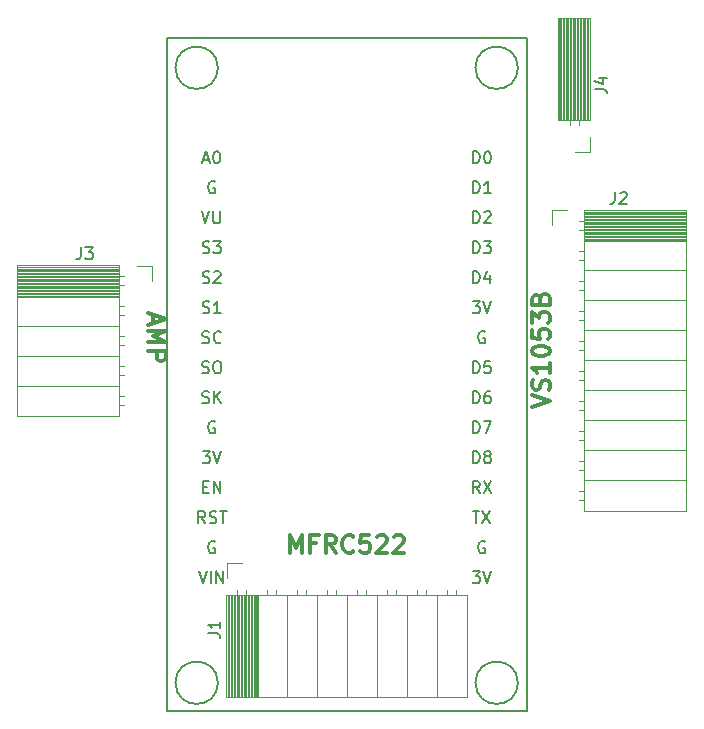
<source format=gto>
G04 #@! TF.FileFunction,Legend,Top*
%FSLAX46Y46*%
G04 Gerber Fmt 4.6, Leading zero omitted, Abs format (unit mm)*
G04 Created by KiCad (PCBNEW 4.0.6) date 05/17/17 20:45:08*
%MOMM*%
%LPD*%
G01*
G04 APERTURE LIST*
%ADD10C,0.101600*%
%ADD11C,0.300000*%
%ADD12C,0.120000*%
%ADD13C,0.150000*%
G04 APERTURE END LIST*
D10*
D11*
X78299571Y-58796427D02*
X79799571Y-58296427D01*
X78299571Y-57796427D01*
X79728143Y-57367856D02*
X79799571Y-57153570D01*
X79799571Y-56796427D01*
X79728143Y-56653570D01*
X79656714Y-56582141D01*
X79513857Y-56510713D01*
X79371000Y-56510713D01*
X79228143Y-56582141D01*
X79156714Y-56653570D01*
X79085286Y-56796427D01*
X79013857Y-57082141D01*
X78942429Y-57224999D01*
X78871000Y-57296427D01*
X78728143Y-57367856D01*
X78585286Y-57367856D01*
X78442429Y-57296427D01*
X78371000Y-57224999D01*
X78299571Y-57082141D01*
X78299571Y-56724999D01*
X78371000Y-56510713D01*
X79799571Y-55082142D02*
X79799571Y-55939285D01*
X79799571Y-55510713D02*
X78299571Y-55510713D01*
X78513857Y-55653570D01*
X78656714Y-55796428D01*
X78728143Y-55939285D01*
X78299571Y-54153571D02*
X78299571Y-54010714D01*
X78371000Y-53867857D01*
X78442429Y-53796428D01*
X78585286Y-53724999D01*
X78871000Y-53653571D01*
X79228143Y-53653571D01*
X79513857Y-53724999D01*
X79656714Y-53796428D01*
X79728143Y-53867857D01*
X79799571Y-54010714D01*
X79799571Y-54153571D01*
X79728143Y-54296428D01*
X79656714Y-54367857D01*
X79513857Y-54439285D01*
X79228143Y-54510714D01*
X78871000Y-54510714D01*
X78585286Y-54439285D01*
X78442429Y-54367857D01*
X78371000Y-54296428D01*
X78299571Y-54153571D01*
X78299571Y-52296428D02*
X78299571Y-53010714D01*
X79013857Y-53082143D01*
X78942429Y-53010714D01*
X78871000Y-52867857D01*
X78871000Y-52510714D01*
X78942429Y-52367857D01*
X79013857Y-52296428D01*
X79156714Y-52225000D01*
X79513857Y-52225000D01*
X79656714Y-52296428D01*
X79728143Y-52367857D01*
X79799571Y-52510714D01*
X79799571Y-52867857D01*
X79728143Y-53010714D01*
X79656714Y-53082143D01*
X78299571Y-51725000D02*
X78299571Y-50796429D01*
X78871000Y-51296429D01*
X78871000Y-51082143D01*
X78942429Y-50939286D01*
X79013857Y-50867857D01*
X79156714Y-50796429D01*
X79513857Y-50796429D01*
X79656714Y-50867857D01*
X79728143Y-50939286D01*
X79799571Y-51082143D01*
X79799571Y-51510715D01*
X79728143Y-51653572D01*
X79656714Y-51725000D01*
X79013857Y-49653572D02*
X79085286Y-49439286D01*
X79156714Y-49367858D01*
X79299571Y-49296429D01*
X79513857Y-49296429D01*
X79656714Y-49367858D01*
X79728143Y-49439286D01*
X79799571Y-49582144D01*
X79799571Y-50153572D01*
X78299571Y-50153572D01*
X78299571Y-49653572D01*
X78371000Y-49510715D01*
X78442429Y-49439286D01*
X78585286Y-49367858D01*
X78728143Y-49367858D01*
X78871000Y-49439286D01*
X78942429Y-49510715D01*
X79013857Y-49653572D01*
X79013857Y-50153572D01*
X46232000Y-50994714D02*
X46232000Y-51709000D01*
X45803429Y-50851857D02*
X47303429Y-51351857D01*
X45803429Y-51851857D01*
X45803429Y-52351857D02*
X47303429Y-52351857D01*
X46232000Y-52851857D01*
X47303429Y-53351857D01*
X45803429Y-53351857D01*
X45803429Y-54066143D02*
X47303429Y-54066143D01*
X47303429Y-54637571D01*
X47232000Y-54780429D01*
X47160571Y-54851857D01*
X47017714Y-54923286D01*
X46803429Y-54923286D01*
X46660571Y-54851857D01*
X46589143Y-54780429D01*
X46517714Y-54637571D01*
X46517714Y-54066143D01*
X57825287Y-71163571D02*
X57825287Y-69663571D01*
X58325287Y-70735000D01*
X58825287Y-69663571D01*
X58825287Y-71163571D01*
X60039573Y-70377857D02*
X59539573Y-70377857D01*
X59539573Y-71163571D02*
X59539573Y-69663571D01*
X60253859Y-69663571D01*
X61682430Y-71163571D02*
X61182430Y-70449286D01*
X60825287Y-71163571D02*
X60825287Y-69663571D01*
X61396715Y-69663571D01*
X61539573Y-69735000D01*
X61611001Y-69806429D01*
X61682430Y-69949286D01*
X61682430Y-70163571D01*
X61611001Y-70306429D01*
X61539573Y-70377857D01*
X61396715Y-70449286D01*
X60825287Y-70449286D01*
X63182430Y-71020714D02*
X63111001Y-71092143D01*
X62896715Y-71163571D01*
X62753858Y-71163571D01*
X62539573Y-71092143D01*
X62396715Y-70949286D01*
X62325287Y-70806429D01*
X62253858Y-70520714D01*
X62253858Y-70306429D01*
X62325287Y-70020714D01*
X62396715Y-69877857D01*
X62539573Y-69735000D01*
X62753858Y-69663571D01*
X62896715Y-69663571D01*
X63111001Y-69735000D01*
X63182430Y-69806429D01*
X64539573Y-69663571D02*
X63825287Y-69663571D01*
X63753858Y-70377857D01*
X63825287Y-70306429D01*
X63968144Y-70235000D01*
X64325287Y-70235000D01*
X64468144Y-70306429D01*
X64539573Y-70377857D01*
X64611001Y-70520714D01*
X64611001Y-70877857D01*
X64539573Y-71020714D01*
X64468144Y-71092143D01*
X64325287Y-71163571D01*
X63968144Y-71163571D01*
X63825287Y-71092143D01*
X63753858Y-71020714D01*
X65182429Y-69806429D02*
X65253858Y-69735000D01*
X65396715Y-69663571D01*
X65753858Y-69663571D01*
X65896715Y-69735000D01*
X65968144Y-69806429D01*
X66039572Y-69949286D01*
X66039572Y-70092143D01*
X65968144Y-70306429D01*
X65111001Y-71163571D01*
X66039572Y-71163571D01*
X66611000Y-69806429D02*
X66682429Y-69735000D01*
X66825286Y-69663571D01*
X67182429Y-69663571D01*
X67325286Y-69735000D01*
X67396715Y-69806429D01*
X67468143Y-69949286D01*
X67468143Y-70092143D01*
X67396715Y-70306429D01*
X66539572Y-71163571D01*
X67468143Y-71163571D01*
D12*
X43371000Y-46803000D02*
X43371000Y-49403000D01*
X43371000Y-49403000D02*
X34741000Y-49403000D01*
X34741000Y-49403000D02*
X34741000Y-46803000D01*
X34741000Y-46803000D02*
X43371000Y-46803000D01*
X43801000Y-47753000D02*
X43371000Y-47753000D01*
X43801000Y-48513000D02*
X43371000Y-48513000D01*
X43371000Y-46983000D02*
X34741000Y-46983000D01*
X43371000Y-47103000D02*
X34741000Y-47103000D01*
X43371000Y-47223000D02*
X34741000Y-47223000D01*
X43371000Y-47343000D02*
X34741000Y-47343000D01*
X43371000Y-47463000D02*
X34741000Y-47463000D01*
X43371000Y-47583000D02*
X34741000Y-47583000D01*
X43371000Y-47703000D02*
X34741000Y-47703000D01*
X43371000Y-47823000D02*
X34741000Y-47823000D01*
X43371000Y-47943000D02*
X34741000Y-47943000D01*
X43371000Y-48063000D02*
X34741000Y-48063000D01*
X43371000Y-48183000D02*
X34741000Y-48183000D01*
X43371000Y-48303000D02*
X34741000Y-48303000D01*
X43371000Y-48423000D02*
X34741000Y-48423000D01*
X43371000Y-48543000D02*
X34741000Y-48543000D01*
X43371000Y-48663000D02*
X34741000Y-48663000D01*
X43371000Y-48783000D02*
X34741000Y-48783000D01*
X43371000Y-48903000D02*
X34741000Y-48903000D01*
X43371000Y-49023000D02*
X34741000Y-49023000D01*
X43371000Y-49143000D02*
X34741000Y-49143000D01*
X43371000Y-49263000D02*
X34741000Y-49263000D01*
X43371000Y-49383000D02*
X34741000Y-49383000D01*
X43371000Y-49503000D02*
X34741000Y-49503000D01*
X43371000Y-49403000D02*
X43371000Y-51943000D01*
X43371000Y-51943000D02*
X34741000Y-51943000D01*
X34741000Y-51943000D02*
X34741000Y-49403000D01*
X34741000Y-49403000D02*
X43371000Y-49403000D01*
X43801000Y-50293000D02*
X43371000Y-50293000D01*
X43801000Y-51053000D02*
X43371000Y-51053000D01*
X43371000Y-51943000D02*
X43371000Y-54483000D01*
X43371000Y-54483000D02*
X34741000Y-54483000D01*
X34741000Y-54483000D02*
X34741000Y-51943000D01*
X34741000Y-51943000D02*
X43371000Y-51943000D01*
X43801000Y-52833000D02*
X43371000Y-52833000D01*
X43801000Y-53593000D02*
X43371000Y-53593000D01*
X43371000Y-54483000D02*
X43371000Y-57023000D01*
X43371000Y-57023000D02*
X34741000Y-57023000D01*
X34741000Y-57023000D02*
X34741000Y-54483000D01*
X34741000Y-54483000D02*
X43371000Y-54483000D01*
X43801000Y-55373000D02*
X43371000Y-55373000D01*
X43801000Y-56133000D02*
X43371000Y-56133000D01*
X43371000Y-57023000D02*
X43371000Y-59623000D01*
X43371000Y-59623000D02*
X34741000Y-59623000D01*
X34741000Y-59623000D02*
X34741000Y-57023000D01*
X34741000Y-57023000D02*
X43371000Y-57023000D01*
X43801000Y-57913000D02*
X43371000Y-57913000D01*
X43801000Y-58673000D02*
X43371000Y-58673000D01*
X44831000Y-46863000D02*
X46101000Y-46863000D01*
X46101000Y-46863000D02*
X46101000Y-48133000D01*
D13*
X77107051Y-82169000D02*
G75*
G03X77107051Y-82169000I-1796051J0D01*
G01*
X51707051Y-82169000D02*
G75*
G03X51707051Y-82169000I-1796051J0D01*
G01*
X51707051Y-30099000D02*
G75*
G03X51707051Y-30099000I-1796051J0D01*
G01*
X77107051Y-30099000D02*
G75*
G03X77107051Y-30099000I-1796051J0D01*
G01*
X77861000Y-27539000D02*
X47861000Y-27539000D01*
X47861000Y-27539000D02*
X47361000Y-27539000D01*
X47361000Y-27539000D02*
X47361000Y-84539000D01*
X47361000Y-84539000D02*
X77861000Y-84539000D01*
X77861000Y-84539000D02*
X77861000Y-27539000D01*
D12*
X82740000Y-42104000D02*
X82740000Y-44704000D01*
X82740000Y-44704000D02*
X91370000Y-44704000D01*
X91370000Y-44704000D02*
X91370000Y-42104000D01*
X91370000Y-42104000D02*
X82740000Y-42104000D01*
X82310000Y-43054000D02*
X82740000Y-43054000D01*
X82310000Y-43814000D02*
X82740000Y-43814000D01*
X82740000Y-42284000D02*
X91370000Y-42284000D01*
X82740000Y-42404000D02*
X91370000Y-42404000D01*
X82740000Y-42524000D02*
X91370000Y-42524000D01*
X82740000Y-42644000D02*
X91370000Y-42644000D01*
X82740000Y-42764000D02*
X91370000Y-42764000D01*
X82740000Y-42884000D02*
X91370000Y-42884000D01*
X82740000Y-43004000D02*
X91370000Y-43004000D01*
X82740000Y-43124000D02*
X91370000Y-43124000D01*
X82740000Y-43244000D02*
X91370000Y-43244000D01*
X82740000Y-43364000D02*
X91370000Y-43364000D01*
X82740000Y-43484000D02*
X91370000Y-43484000D01*
X82740000Y-43604000D02*
X91370000Y-43604000D01*
X82740000Y-43724000D02*
X91370000Y-43724000D01*
X82740000Y-43844000D02*
X91370000Y-43844000D01*
X82740000Y-43964000D02*
X91370000Y-43964000D01*
X82740000Y-44084000D02*
X91370000Y-44084000D01*
X82740000Y-44204000D02*
X91370000Y-44204000D01*
X82740000Y-44324000D02*
X91370000Y-44324000D01*
X82740000Y-44444000D02*
X91370000Y-44444000D01*
X82740000Y-44564000D02*
X91370000Y-44564000D01*
X82740000Y-44684000D02*
X91370000Y-44684000D01*
X82740000Y-44804000D02*
X91370000Y-44804000D01*
X82740000Y-44704000D02*
X82740000Y-47244000D01*
X82740000Y-47244000D02*
X91370000Y-47244000D01*
X91370000Y-47244000D02*
X91370000Y-44704000D01*
X91370000Y-44704000D02*
X82740000Y-44704000D01*
X82310000Y-45594000D02*
X82740000Y-45594000D01*
X82310000Y-46354000D02*
X82740000Y-46354000D01*
X82740000Y-47244000D02*
X82740000Y-49784000D01*
X82740000Y-49784000D02*
X91370000Y-49784000D01*
X91370000Y-49784000D02*
X91370000Y-47244000D01*
X91370000Y-47244000D02*
X82740000Y-47244000D01*
X82310000Y-48134000D02*
X82740000Y-48134000D01*
X82310000Y-48894000D02*
X82740000Y-48894000D01*
X82740000Y-49784000D02*
X82740000Y-52324000D01*
X82740000Y-52324000D02*
X91370000Y-52324000D01*
X91370000Y-52324000D02*
X91370000Y-49784000D01*
X91370000Y-49784000D02*
X82740000Y-49784000D01*
X82310000Y-50674000D02*
X82740000Y-50674000D01*
X82310000Y-51434000D02*
X82740000Y-51434000D01*
X82740000Y-52324000D02*
X82740000Y-54864000D01*
X82740000Y-54864000D02*
X91370000Y-54864000D01*
X91370000Y-54864000D02*
X91370000Y-52324000D01*
X91370000Y-52324000D02*
X82740000Y-52324000D01*
X82310000Y-53214000D02*
X82740000Y-53214000D01*
X82310000Y-53974000D02*
X82740000Y-53974000D01*
X82740000Y-54864000D02*
X82740000Y-57404000D01*
X82740000Y-57404000D02*
X91370000Y-57404000D01*
X91370000Y-57404000D02*
X91370000Y-54864000D01*
X91370000Y-54864000D02*
X82740000Y-54864000D01*
X82310000Y-55754000D02*
X82740000Y-55754000D01*
X82310000Y-56514000D02*
X82740000Y-56514000D01*
X82740000Y-57404000D02*
X82740000Y-59944000D01*
X82740000Y-59944000D02*
X91370000Y-59944000D01*
X91370000Y-59944000D02*
X91370000Y-57404000D01*
X91370000Y-57404000D02*
X82740000Y-57404000D01*
X82310000Y-58294000D02*
X82740000Y-58294000D01*
X82310000Y-59054000D02*
X82740000Y-59054000D01*
X82740000Y-59944000D02*
X82740000Y-62484000D01*
X82740000Y-62484000D02*
X91370000Y-62484000D01*
X91370000Y-62484000D02*
X91370000Y-59944000D01*
X91370000Y-59944000D02*
X82740000Y-59944000D01*
X82310000Y-60834000D02*
X82740000Y-60834000D01*
X82310000Y-61594000D02*
X82740000Y-61594000D01*
X82740000Y-62484000D02*
X82740000Y-65024000D01*
X82740000Y-65024000D02*
X91370000Y-65024000D01*
X91370000Y-65024000D02*
X91370000Y-62484000D01*
X91370000Y-62484000D02*
X82740000Y-62484000D01*
X82310000Y-63374000D02*
X82740000Y-63374000D01*
X82310000Y-64134000D02*
X82740000Y-64134000D01*
X82740000Y-65024000D02*
X82740000Y-67624000D01*
X82740000Y-67624000D02*
X91370000Y-67624000D01*
X91370000Y-67624000D02*
X91370000Y-65024000D01*
X91370000Y-65024000D02*
X82740000Y-65024000D01*
X82310000Y-65914000D02*
X82740000Y-65914000D01*
X82310000Y-66674000D02*
X82740000Y-66674000D01*
X81280000Y-42164000D02*
X80010000Y-42164000D01*
X80010000Y-42164000D02*
X80010000Y-43434000D01*
X52391000Y-74739000D02*
X54991000Y-74739000D01*
X54991000Y-74739000D02*
X54991000Y-83369000D01*
X54991000Y-83369000D02*
X52391000Y-83369000D01*
X52391000Y-83369000D02*
X52391000Y-74739000D01*
X53341000Y-74309000D02*
X53341000Y-74739000D01*
X54101000Y-74309000D02*
X54101000Y-74739000D01*
X52571000Y-74739000D02*
X52571000Y-83369000D01*
X52691000Y-74739000D02*
X52691000Y-83369000D01*
X52811000Y-74739000D02*
X52811000Y-83369000D01*
X52931000Y-74739000D02*
X52931000Y-83369000D01*
X53051000Y-74739000D02*
X53051000Y-83369000D01*
X53171000Y-74739000D02*
X53171000Y-83369000D01*
X53291000Y-74739000D02*
X53291000Y-83369000D01*
X53411000Y-74739000D02*
X53411000Y-83369000D01*
X53531000Y-74739000D02*
X53531000Y-83369000D01*
X53651000Y-74739000D02*
X53651000Y-83369000D01*
X53771000Y-74739000D02*
X53771000Y-83369000D01*
X53891000Y-74739000D02*
X53891000Y-83369000D01*
X54011000Y-74739000D02*
X54011000Y-83369000D01*
X54131000Y-74739000D02*
X54131000Y-83369000D01*
X54251000Y-74739000D02*
X54251000Y-83369000D01*
X54371000Y-74739000D02*
X54371000Y-83369000D01*
X54491000Y-74739000D02*
X54491000Y-83369000D01*
X54611000Y-74739000D02*
X54611000Y-83369000D01*
X54731000Y-74739000D02*
X54731000Y-83369000D01*
X54851000Y-74739000D02*
X54851000Y-83369000D01*
X54971000Y-74739000D02*
X54971000Y-83369000D01*
X55091000Y-74739000D02*
X55091000Y-83369000D01*
X54991000Y-74739000D02*
X57531000Y-74739000D01*
X57531000Y-74739000D02*
X57531000Y-83369000D01*
X57531000Y-83369000D02*
X54991000Y-83369000D01*
X54991000Y-83369000D02*
X54991000Y-74739000D01*
X55881000Y-74309000D02*
X55881000Y-74739000D01*
X56641000Y-74309000D02*
X56641000Y-74739000D01*
X57531000Y-74739000D02*
X60071000Y-74739000D01*
X60071000Y-74739000D02*
X60071000Y-83369000D01*
X60071000Y-83369000D02*
X57531000Y-83369000D01*
X57531000Y-83369000D02*
X57531000Y-74739000D01*
X58421000Y-74309000D02*
X58421000Y-74739000D01*
X59181000Y-74309000D02*
X59181000Y-74739000D01*
X60071000Y-74739000D02*
X62611000Y-74739000D01*
X62611000Y-74739000D02*
X62611000Y-83369000D01*
X62611000Y-83369000D02*
X60071000Y-83369000D01*
X60071000Y-83369000D02*
X60071000Y-74739000D01*
X60961000Y-74309000D02*
X60961000Y-74739000D01*
X61721000Y-74309000D02*
X61721000Y-74739000D01*
X62611000Y-74739000D02*
X65151000Y-74739000D01*
X65151000Y-74739000D02*
X65151000Y-83369000D01*
X65151000Y-83369000D02*
X62611000Y-83369000D01*
X62611000Y-83369000D02*
X62611000Y-74739000D01*
X63501000Y-74309000D02*
X63501000Y-74739000D01*
X64261000Y-74309000D02*
X64261000Y-74739000D01*
X65151000Y-74739000D02*
X67691000Y-74739000D01*
X67691000Y-74739000D02*
X67691000Y-83369000D01*
X67691000Y-83369000D02*
X65151000Y-83369000D01*
X65151000Y-83369000D02*
X65151000Y-74739000D01*
X66041000Y-74309000D02*
X66041000Y-74739000D01*
X66801000Y-74309000D02*
X66801000Y-74739000D01*
X67691000Y-74739000D02*
X70231000Y-74739000D01*
X70231000Y-74739000D02*
X70231000Y-83369000D01*
X70231000Y-83369000D02*
X67691000Y-83369000D01*
X67691000Y-83369000D02*
X67691000Y-74739000D01*
X68581000Y-74309000D02*
X68581000Y-74739000D01*
X69341000Y-74309000D02*
X69341000Y-74739000D01*
X70231000Y-74739000D02*
X72831000Y-74739000D01*
X72831000Y-74739000D02*
X72831000Y-83369000D01*
X72831000Y-83369000D02*
X70231000Y-83369000D01*
X70231000Y-83369000D02*
X70231000Y-74739000D01*
X71121000Y-74309000D02*
X71121000Y-74739000D01*
X71881000Y-74309000D02*
X71881000Y-74739000D01*
X52451000Y-73279000D02*
X52451000Y-72009000D01*
X52451000Y-72009000D02*
X53721000Y-72009000D01*
X83245000Y-34481000D02*
X80585000Y-34481000D01*
X80585000Y-34481000D02*
X80585000Y-25851000D01*
X80585000Y-25851000D02*
X83245000Y-25851000D01*
X83245000Y-25851000D02*
X83245000Y-34481000D01*
X83245000Y-34481000D02*
X80645000Y-34481000D01*
X80645000Y-34481000D02*
X80645000Y-25851000D01*
X80645000Y-25851000D02*
X83245000Y-25851000D01*
X83245000Y-25851000D02*
X83245000Y-34481000D01*
X82295000Y-34911000D02*
X82295000Y-34481000D01*
X81535000Y-34911000D02*
X81535000Y-34481000D01*
X83065000Y-34481000D02*
X83065000Y-25851000D01*
X82945000Y-34481000D02*
X82945000Y-25851000D01*
X82825000Y-34481000D02*
X82825000Y-25851000D01*
X82705000Y-34481000D02*
X82705000Y-25851000D01*
X82585000Y-34481000D02*
X82585000Y-25851000D01*
X82465000Y-34481000D02*
X82465000Y-25851000D01*
X82345000Y-34481000D02*
X82345000Y-25851000D01*
X82225000Y-34481000D02*
X82225000Y-25851000D01*
X82105000Y-34481000D02*
X82105000Y-25851000D01*
X81985000Y-34481000D02*
X81985000Y-25851000D01*
X81865000Y-34481000D02*
X81865000Y-25851000D01*
X81745000Y-34481000D02*
X81745000Y-25851000D01*
X81625000Y-34481000D02*
X81625000Y-25851000D01*
X81505000Y-34481000D02*
X81505000Y-25851000D01*
X81385000Y-34481000D02*
X81385000Y-25851000D01*
X81265000Y-34481000D02*
X81265000Y-25851000D01*
X81145000Y-34481000D02*
X81145000Y-25851000D01*
X81025000Y-34481000D02*
X81025000Y-25851000D01*
X80905000Y-34481000D02*
X80905000Y-25851000D01*
X80785000Y-34481000D02*
X80785000Y-25851000D01*
X80665000Y-34481000D02*
X80665000Y-25851000D01*
X80545000Y-34481000D02*
X80545000Y-25851000D01*
X83185000Y-35941000D02*
X83185000Y-37211000D01*
X83185000Y-37211000D02*
X81915000Y-37211000D01*
D13*
X40117667Y-45315381D02*
X40117667Y-46029667D01*
X40070047Y-46172524D01*
X39974809Y-46267762D01*
X39831952Y-46315381D01*
X39736714Y-46315381D01*
X40498619Y-45315381D02*
X41117667Y-45315381D01*
X40784333Y-45696333D01*
X40927191Y-45696333D01*
X41022429Y-45743952D01*
X41070048Y-45791571D01*
X41117667Y-45886810D01*
X41117667Y-46124905D01*
X41070048Y-46220143D01*
X41022429Y-46267762D01*
X40927191Y-46315381D01*
X40641476Y-46315381D01*
X40546238Y-46267762D01*
X40498619Y-46220143D01*
X50085762Y-72731381D02*
X50419095Y-73731381D01*
X50752429Y-72731381D01*
X51085762Y-73731381D02*
X51085762Y-72731381D01*
X51561952Y-73731381D02*
X51561952Y-72731381D01*
X52133381Y-73731381D01*
X52133381Y-72731381D01*
X51442905Y-70239000D02*
X51347667Y-70191381D01*
X51204810Y-70191381D01*
X51061952Y-70239000D01*
X50966714Y-70334238D01*
X50919095Y-70429476D01*
X50871476Y-70619952D01*
X50871476Y-70762810D01*
X50919095Y-70953286D01*
X50966714Y-71048524D01*
X51061952Y-71143762D01*
X51204810Y-71191381D01*
X51300048Y-71191381D01*
X51442905Y-71143762D01*
X51490524Y-71096143D01*
X51490524Y-70762810D01*
X51300048Y-70762810D01*
X50633381Y-68651381D02*
X50300047Y-68175190D01*
X50061952Y-68651381D02*
X50061952Y-67651381D01*
X50442905Y-67651381D01*
X50538143Y-67699000D01*
X50585762Y-67746619D01*
X50633381Y-67841857D01*
X50633381Y-67984714D01*
X50585762Y-68079952D01*
X50538143Y-68127571D01*
X50442905Y-68175190D01*
X50061952Y-68175190D01*
X51014333Y-68603762D02*
X51157190Y-68651381D01*
X51395286Y-68651381D01*
X51490524Y-68603762D01*
X51538143Y-68556143D01*
X51585762Y-68460905D01*
X51585762Y-68365667D01*
X51538143Y-68270429D01*
X51490524Y-68222810D01*
X51395286Y-68175190D01*
X51204809Y-68127571D01*
X51109571Y-68079952D01*
X51061952Y-68032333D01*
X51014333Y-67937095D01*
X51014333Y-67841857D01*
X51061952Y-67746619D01*
X51109571Y-67699000D01*
X51204809Y-67651381D01*
X51442905Y-67651381D01*
X51585762Y-67699000D01*
X51871476Y-67651381D02*
X52442905Y-67651381D01*
X52157190Y-68651381D02*
X52157190Y-67651381D01*
X50442905Y-65587571D02*
X50776239Y-65587571D01*
X50919096Y-66111381D02*
X50442905Y-66111381D01*
X50442905Y-65111381D01*
X50919096Y-65111381D01*
X51347667Y-66111381D02*
X51347667Y-65111381D01*
X51919096Y-66111381D01*
X51919096Y-65111381D01*
X50419095Y-62571381D02*
X51038143Y-62571381D01*
X50704809Y-62952333D01*
X50847667Y-62952333D01*
X50942905Y-62999952D01*
X50990524Y-63047571D01*
X51038143Y-63142810D01*
X51038143Y-63380905D01*
X50990524Y-63476143D01*
X50942905Y-63523762D01*
X50847667Y-63571381D01*
X50561952Y-63571381D01*
X50466714Y-63523762D01*
X50419095Y-63476143D01*
X51323857Y-62571381D02*
X51657190Y-63571381D01*
X51990524Y-62571381D01*
X51442905Y-60079000D02*
X51347667Y-60031381D01*
X51204810Y-60031381D01*
X51061952Y-60079000D01*
X50966714Y-60174238D01*
X50919095Y-60269476D01*
X50871476Y-60459952D01*
X50871476Y-60602810D01*
X50919095Y-60793286D01*
X50966714Y-60888524D01*
X51061952Y-60983762D01*
X51204810Y-61031381D01*
X51300048Y-61031381D01*
X51442905Y-60983762D01*
X51490524Y-60936143D01*
X51490524Y-60602810D01*
X51300048Y-60602810D01*
X50395286Y-58443762D02*
X50538143Y-58491381D01*
X50776239Y-58491381D01*
X50871477Y-58443762D01*
X50919096Y-58396143D01*
X50966715Y-58300905D01*
X50966715Y-58205667D01*
X50919096Y-58110429D01*
X50871477Y-58062810D01*
X50776239Y-58015190D01*
X50585762Y-57967571D01*
X50490524Y-57919952D01*
X50442905Y-57872333D01*
X50395286Y-57777095D01*
X50395286Y-57681857D01*
X50442905Y-57586619D01*
X50490524Y-57539000D01*
X50585762Y-57491381D01*
X50823858Y-57491381D01*
X50966715Y-57539000D01*
X51395286Y-58491381D02*
X51395286Y-57491381D01*
X51966715Y-58491381D02*
X51538143Y-57919952D01*
X51966715Y-57491381D02*
X51395286Y-58062810D01*
X50371476Y-55903762D02*
X50514333Y-55951381D01*
X50752429Y-55951381D01*
X50847667Y-55903762D01*
X50895286Y-55856143D01*
X50942905Y-55760905D01*
X50942905Y-55665667D01*
X50895286Y-55570429D01*
X50847667Y-55522810D01*
X50752429Y-55475190D01*
X50561952Y-55427571D01*
X50466714Y-55379952D01*
X50419095Y-55332333D01*
X50371476Y-55237095D01*
X50371476Y-55141857D01*
X50419095Y-55046619D01*
X50466714Y-54999000D01*
X50561952Y-54951381D01*
X50800048Y-54951381D01*
X50942905Y-54999000D01*
X51561952Y-54951381D02*
X51752429Y-54951381D01*
X51847667Y-54999000D01*
X51942905Y-55094238D01*
X51990524Y-55284714D01*
X51990524Y-55618048D01*
X51942905Y-55808524D01*
X51847667Y-55903762D01*
X51752429Y-55951381D01*
X51561952Y-55951381D01*
X51466714Y-55903762D01*
X51371476Y-55808524D01*
X51323857Y-55618048D01*
X51323857Y-55284714D01*
X51371476Y-55094238D01*
X51466714Y-54999000D01*
X51561952Y-54951381D01*
X50395286Y-53363762D02*
X50538143Y-53411381D01*
X50776239Y-53411381D01*
X50871477Y-53363762D01*
X50919096Y-53316143D01*
X50966715Y-53220905D01*
X50966715Y-53125667D01*
X50919096Y-53030429D01*
X50871477Y-52982810D01*
X50776239Y-52935190D01*
X50585762Y-52887571D01*
X50490524Y-52839952D01*
X50442905Y-52792333D01*
X50395286Y-52697095D01*
X50395286Y-52601857D01*
X50442905Y-52506619D01*
X50490524Y-52459000D01*
X50585762Y-52411381D01*
X50823858Y-52411381D01*
X50966715Y-52459000D01*
X51966715Y-53316143D02*
X51919096Y-53363762D01*
X51776239Y-53411381D01*
X51681001Y-53411381D01*
X51538143Y-53363762D01*
X51442905Y-53268524D01*
X51395286Y-53173286D01*
X51347667Y-52982810D01*
X51347667Y-52839952D01*
X51395286Y-52649476D01*
X51442905Y-52554238D01*
X51538143Y-52459000D01*
X51681001Y-52411381D01*
X51776239Y-52411381D01*
X51919096Y-52459000D01*
X51966715Y-52506619D01*
X50419095Y-50823762D02*
X50561952Y-50871381D01*
X50800048Y-50871381D01*
X50895286Y-50823762D01*
X50942905Y-50776143D01*
X50990524Y-50680905D01*
X50990524Y-50585667D01*
X50942905Y-50490429D01*
X50895286Y-50442810D01*
X50800048Y-50395190D01*
X50609571Y-50347571D01*
X50514333Y-50299952D01*
X50466714Y-50252333D01*
X50419095Y-50157095D01*
X50419095Y-50061857D01*
X50466714Y-49966619D01*
X50514333Y-49919000D01*
X50609571Y-49871381D01*
X50847667Y-49871381D01*
X50990524Y-49919000D01*
X51942905Y-50871381D02*
X51371476Y-50871381D01*
X51657190Y-50871381D02*
X51657190Y-49871381D01*
X51561952Y-50014238D01*
X51466714Y-50109476D01*
X51371476Y-50157095D01*
X50419095Y-48283762D02*
X50561952Y-48331381D01*
X50800048Y-48331381D01*
X50895286Y-48283762D01*
X50942905Y-48236143D01*
X50990524Y-48140905D01*
X50990524Y-48045667D01*
X50942905Y-47950429D01*
X50895286Y-47902810D01*
X50800048Y-47855190D01*
X50609571Y-47807571D01*
X50514333Y-47759952D01*
X50466714Y-47712333D01*
X50419095Y-47617095D01*
X50419095Y-47521857D01*
X50466714Y-47426619D01*
X50514333Y-47379000D01*
X50609571Y-47331381D01*
X50847667Y-47331381D01*
X50990524Y-47379000D01*
X51371476Y-47426619D02*
X51419095Y-47379000D01*
X51514333Y-47331381D01*
X51752429Y-47331381D01*
X51847667Y-47379000D01*
X51895286Y-47426619D01*
X51942905Y-47521857D01*
X51942905Y-47617095D01*
X51895286Y-47759952D01*
X51323857Y-48331381D01*
X51942905Y-48331381D01*
X50419095Y-45743762D02*
X50561952Y-45791381D01*
X50800048Y-45791381D01*
X50895286Y-45743762D01*
X50942905Y-45696143D01*
X50990524Y-45600905D01*
X50990524Y-45505667D01*
X50942905Y-45410429D01*
X50895286Y-45362810D01*
X50800048Y-45315190D01*
X50609571Y-45267571D01*
X50514333Y-45219952D01*
X50466714Y-45172333D01*
X50419095Y-45077095D01*
X50419095Y-44981857D01*
X50466714Y-44886619D01*
X50514333Y-44839000D01*
X50609571Y-44791381D01*
X50847667Y-44791381D01*
X50990524Y-44839000D01*
X51323857Y-44791381D02*
X51942905Y-44791381D01*
X51609571Y-45172333D01*
X51752429Y-45172333D01*
X51847667Y-45219952D01*
X51895286Y-45267571D01*
X51942905Y-45362810D01*
X51942905Y-45600905D01*
X51895286Y-45696143D01*
X51847667Y-45743762D01*
X51752429Y-45791381D01*
X51466714Y-45791381D01*
X51371476Y-45743762D01*
X51323857Y-45696143D01*
X50323857Y-42251381D02*
X50657190Y-43251381D01*
X50990524Y-42251381D01*
X51323857Y-42251381D02*
X51323857Y-43060905D01*
X51371476Y-43156143D01*
X51419095Y-43203762D01*
X51514333Y-43251381D01*
X51704810Y-43251381D01*
X51800048Y-43203762D01*
X51847667Y-43156143D01*
X51895286Y-43060905D01*
X51895286Y-42251381D01*
X51442905Y-39759000D02*
X51347667Y-39711381D01*
X51204810Y-39711381D01*
X51061952Y-39759000D01*
X50966714Y-39854238D01*
X50919095Y-39949476D01*
X50871476Y-40139952D01*
X50871476Y-40282810D01*
X50919095Y-40473286D01*
X50966714Y-40568524D01*
X51061952Y-40663762D01*
X51204810Y-40711381D01*
X51300048Y-40711381D01*
X51442905Y-40663762D01*
X51490524Y-40616143D01*
X51490524Y-40282810D01*
X51300048Y-40282810D01*
X50466714Y-37885667D02*
X50942905Y-37885667D01*
X50371476Y-38171381D02*
X50704809Y-37171381D01*
X51038143Y-38171381D01*
X51561952Y-37171381D02*
X51657191Y-37171381D01*
X51752429Y-37219000D01*
X51800048Y-37266619D01*
X51847667Y-37361857D01*
X51895286Y-37552333D01*
X51895286Y-37790429D01*
X51847667Y-37980905D01*
X51800048Y-38076143D01*
X51752429Y-38123762D01*
X51657191Y-38171381D01*
X51561952Y-38171381D01*
X51466714Y-38123762D01*
X51419095Y-38076143D01*
X51371476Y-37980905D01*
X51323857Y-37790429D01*
X51323857Y-37552333D01*
X51371476Y-37361857D01*
X51419095Y-37266619D01*
X51466714Y-37219000D01*
X51561952Y-37171381D01*
X73279095Y-72731381D02*
X73898143Y-72731381D01*
X73564809Y-73112333D01*
X73707667Y-73112333D01*
X73802905Y-73159952D01*
X73850524Y-73207571D01*
X73898143Y-73302810D01*
X73898143Y-73540905D01*
X73850524Y-73636143D01*
X73802905Y-73683762D01*
X73707667Y-73731381D01*
X73421952Y-73731381D01*
X73326714Y-73683762D01*
X73279095Y-73636143D01*
X74183857Y-72731381D02*
X74517190Y-73731381D01*
X74850524Y-72731381D01*
X74302905Y-70239000D02*
X74207667Y-70191381D01*
X74064810Y-70191381D01*
X73921952Y-70239000D01*
X73826714Y-70334238D01*
X73779095Y-70429476D01*
X73731476Y-70619952D01*
X73731476Y-70762810D01*
X73779095Y-70953286D01*
X73826714Y-71048524D01*
X73921952Y-71143762D01*
X74064810Y-71191381D01*
X74160048Y-71191381D01*
X74302905Y-71143762D01*
X74350524Y-71096143D01*
X74350524Y-70762810D01*
X74160048Y-70762810D01*
X73279095Y-67651381D02*
X73850524Y-67651381D01*
X73564809Y-68651381D02*
X73564809Y-67651381D01*
X74088619Y-67651381D02*
X74755286Y-68651381D01*
X74755286Y-67651381D02*
X74088619Y-68651381D01*
X73874334Y-66111381D02*
X73541000Y-65635190D01*
X73302905Y-66111381D02*
X73302905Y-65111381D01*
X73683858Y-65111381D01*
X73779096Y-65159000D01*
X73826715Y-65206619D01*
X73874334Y-65301857D01*
X73874334Y-65444714D01*
X73826715Y-65539952D01*
X73779096Y-65587571D01*
X73683858Y-65635190D01*
X73302905Y-65635190D01*
X74207667Y-65111381D02*
X74874334Y-66111381D01*
X74874334Y-65111381D02*
X74207667Y-66111381D01*
X73302905Y-63571381D02*
X73302905Y-62571381D01*
X73541000Y-62571381D01*
X73683858Y-62619000D01*
X73779096Y-62714238D01*
X73826715Y-62809476D01*
X73874334Y-62999952D01*
X73874334Y-63142810D01*
X73826715Y-63333286D01*
X73779096Y-63428524D01*
X73683858Y-63523762D01*
X73541000Y-63571381D01*
X73302905Y-63571381D01*
X74445762Y-62999952D02*
X74350524Y-62952333D01*
X74302905Y-62904714D01*
X74255286Y-62809476D01*
X74255286Y-62761857D01*
X74302905Y-62666619D01*
X74350524Y-62619000D01*
X74445762Y-62571381D01*
X74636239Y-62571381D01*
X74731477Y-62619000D01*
X74779096Y-62666619D01*
X74826715Y-62761857D01*
X74826715Y-62809476D01*
X74779096Y-62904714D01*
X74731477Y-62952333D01*
X74636239Y-62999952D01*
X74445762Y-62999952D01*
X74350524Y-63047571D01*
X74302905Y-63095190D01*
X74255286Y-63190429D01*
X74255286Y-63380905D01*
X74302905Y-63476143D01*
X74350524Y-63523762D01*
X74445762Y-63571381D01*
X74636239Y-63571381D01*
X74731477Y-63523762D01*
X74779096Y-63476143D01*
X74826715Y-63380905D01*
X74826715Y-63190429D01*
X74779096Y-63095190D01*
X74731477Y-63047571D01*
X74636239Y-62999952D01*
X73302905Y-61031381D02*
X73302905Y-60031381D01*
X73541000Y-60031381D01*
X73683858Y-60079000D01*
X73779096Y-60174238D01*
X73826715Y-60269476D01*
X73874334Y-60459952D01*
X73874334Y-60602810D01*
X73826715Y-60793286D01*
X73779096Y-60888524D01*
X73683858Y-60983762D01*
X73541000Y-61031381D01*
X73302905Y-61031381D01*
X74207667Y-60031381D02*
X74874334Y-60031381D01*
X74445762Y-61031381D01*
X73302905Y-58491381D02*
X73302905Y-57491381D01*
X73541000Y-57491381D01*
X73683858Y-57539000D01*
X73779096Y-57634238D01*
X73826715Y-57729476D01*
X73874334Y-57919952D01*
X73874334Y-58062810D01*
X73826715Y-58253286D01*
X73779096Y-58348524D01*
X73683858Y-58443762D01*
X73541000Y-58491381D01*
X73302905Y-58491381D01*
X74731477Y-57491381D02*
X74541000Y-57491381D01*
X74445762Y-57539000D01*
X74398143Y-57586619D01*
X74302905Y-57729476D01*
X74255286Y-57919952D01*
X74255286Y-58300905D01*
X74302905Y-58396143D01*
X74350524Y-58443762D01*
X74445762Y-58491381D01*
X74636239Y-58491381D01*
X74731477Y-58443762D01*
X74779096Y-58396143D01*
X74826715Y-58300905D01*
X74826715Y-58062810D01*
X74779096Y-57967571D01*
X74731477Y-57919952D01*
X74636239Y-57872333D01*
X74445762Y-57872333D01*
X74350524Y-57919952D01*
X74302905Y-57967571D01*
X74255286Y-58062810D01*
X73302905Y-55951381D02*
X73302905Y-54951381D01*
X73541000Y-54951381D01*
X73683858Y-54999000D01*
X73779096Y-55094238D01*
X73826715Y-55189476D01*
X73874334Y-55379952D01*
X73874334Y-55522810D01*
X73826715Y-55713286D01*
X73779096Y-55808524D01*
X73683858Y-55903762D01*
X73541000Y-55951381D01*
X73302905Y-55951381D01*
X74779096Y-54951381D02*
X74302905Y-54951381D01*
X74255286Y-55427571D01*
X74302905Y-55379952D01*
X74398143Y-55332333D01*
X74636239Y-55332333D01*
X74731477Y-55379952D01*
X74779096Y-55427571D01*
X74826715Y-55522810D01*
X74826715Y-55760905D01*
X74779096Y-55856143D01*
X74731477Y-55903762D01*
X74636239Y-55951381D01*
X74398143Y-55951381D01*
X74302905Y-55903762D01*
X74255286Y-55856143D01*
X74302905Y-52459000D02*
X74207667Y-52411381D01*
X74064810Y-52411381D01*
X73921952Y-52459000D01*
X73826714Y-52554238D01*
X73779095Y-52649476D01*
X73731476Y-52839952D01*
X73731476Y-52982810D01*
X73779095Y-53173286D01*
X73826714Y-53268524D01*
X73921952Y-53363762D01*
X74064810Y-53411381D01*
X74160048Y-53411381D01*
X74302905Y-53363762D01*
X74350524Y-53316143D01*
X74350524Y-52982810D01*
X74160048Y-52982810D01*
X73279095Y-49871381D02*
X73898143Y-49871381D01*
X73564809Y-50252333D01*
X73707667Y-50252333D01*
X73802905Y-50299952D01*
X73850524Y-50347571D01*
X73898143Y-50442810D01*
X73898143Y-50680905D01*
X73850524Y-50776143D01*
X73802905Y-50823762D01*
X73707667Y-50871381D01*
X73421952Y-50871381D01*
X73326714Y-50823762D01*
X73279095Y-50776143D01*
X74183857Y-49871381D02*
X74517190Y-50871381D01*
X74850524Y-49871381D01*
X73302905Y-48331381D02*
X73302905Y-47331381D01*
X73541000Y-47331381D01*
X73683858Y-47379000D01*
X73779096Y-47474238D01*
X73826715Y-47569476D01*
X73874334Y-47759952D01*
X73874334Y-47902810D01*
X73826715Y-48093286D01*
X73779096Y-48188524D01*
X73683858Y-48283762D01*
X73541000Y-48331381D01*
X73302905Y-48331381D01*
X74731477Y-47664714D02*
X74731477Y-48331381D01*
X74493381Y-47283762D02*
X74255286Y-47998048D01*
X74874334Y-47998048D01*
X73302905Y-45791381D02*
X73302905Y-44791381D01*
X73541000Y-44791381D01*
X73683858Y-44839000D01*
X73779096Y-44934238D01*
X73826715Y-45029476D01*
X73874334Y-45219952D01*
X73874334Y-45362810D01*
X73826715Y-45553286D01*
X73779096Y-45648524D01*
X73683858Y-45743762D01*
X73541000Y-45791381D01*
X73302905Y-45791381D01*
X74207667Y-44791381D02*
X74826715Y-44791381D01*
X74493381Y-45172333D01*
X74636239Y-45172333D01*
X74731477Y-45219952D01*
X74779096Y-45267571D01*
X74826715Y-45362810D01*
X74826715Y-45600905D01*
X74779096Y-45696143D01*
X74731477Y-45743762D01*
X74636239Y-45791381D01*
X74350524Y-45791381D01*
X74255286Y-45743762D01*
X74207667Y-45696143D01*
X73302905Y-43251381D02*
X73302905Y-42251381D01*
X73541000Y-42251381D01*
X73683858Y-42299000D01*
X73779096Y-42394238D01*
X73826715Y-42489476D01*
X73874334Y-42679952D01*
X73874334Y-42822810D01*
X73826715Y-43013286D01*
X73779096Y-43108524D01*
X73683858Y-43203762D01*
X73541000Y-43251381D01*
X73302905Y-43251381D01*
X74255286Y-42346619D02*
X74302905Y-42299000D01*
X74398143Y-42251381D01*
X74636239Y-42251381D01*
X74731477Y-42299000D01*
X74779096Y-42346619D01*
X74826715Y-42441857D01*
X74826715Y-42537095D01*
X74779096Y-42679952D01*
X74207667Y-43251381D01*
X74826715Y-43251381D01*
X73302905Y-40711381D02*
X73302905Y-39711381D01*
X73541000Y-39711381D01*
X73683858Y-39759000D01*
X73779096Y-39854238D01*
X73826715Y-39949476D01*
X73874334Y-40139952D01*
X73874334Y-40282810D01*
X73826715Y-40473286D01*
X73779096Y-40568524D01*
X73683858Y-40663762D01*
X73541000Y-40711381D01*
X73302905Y-40711381D01*
X74826715Y-40711381D02*
X74255286Y-40711381D01*
X74541000Y-40711381D02*
X74541000Y-39711381D01*
X74445762Y-39854238D01*
X74350524Y-39949476D01*
X74255286Y-39997095D01*
X73302905Y-38171381D02*
X73302905Y-37171381D01*
X73541000Y-37171381D01*
X73683858Y-37219000D01*
X73779096Y-37314238D01*
X73826715Y-37409476D01*
X73874334Y-37599952D01*
X73874334Y-37742810D01*
X73826715Y-37933286D01*
X73779096Y-38028524D01*
X73683858Y-38123762D01*
X73541000Y-38171381D01*
X73302905Y-38171381D01*
X74493381Y-37171381D02*
X74588620Y-37171381D01*
X74683858Y-37219000D01*
X74731477Y-37266619D01*
X74779096Y-37361857D01*
X74826715Y-37552333D01*
X74826715Y-37790429D01*
X74779096Y-37980905D01*
X74731477Y-38076143D01*
X74683858Y-38123762D01*
X74588620Y-38171381D01*
X74493381Y-38171381D01*
X74398143Y-38123762D01*
X74350524Y-38076143D01*
X74302905Y-37980905D01*
X74255286Y-37790429D01*
X74255286Y-37552333D01*
X74302905Y-37361857D01*
X74350524Y-37266619D01*
X74398143Y-37219000D01*
X74493381Y-37171381D01*
X85326667Y-40616381D02*
X85326667Y-41330667D01*
X85279047Y-41473524D01*
X85183809Y-41568762D01*
X85040952Y-41616381D01*
X84945714Y-41616381D01*
X85755238Y-40711619D02*
X85802857Y-40664000D01*
X85898095Y-40616381D01*
X86136191Y-40616381D01*
X86231429Y-40664000D01*
X86279048Y-40711619D01*
X86326667Y-40806857D01*
X86326667Y-40902095D01*
X86279048Y-41044952D01*
X85707619Y-41616381D01*
X86326667Y-41616381D01*
X50903381Y-77992333D02*
X51617667Y-77992333D01*
X51760524Y-78039953D01*
X51855762Y-78135191D01*
X51903381Y-78278048D01*
X51903381Y-78373286D01*
X51903381Y-76992333D02*
X51903381Y-77563762D01*
X51903381Y-77278048D02*
X50903381Y-77278048D01*
X51046238Y-77373286D01*
X51141476Y-77468524D01*
X51189095Y-77563762D01*
X83637381Y-31894333D02*
X84351667Y-31894333D01*
X84494524Y-31941953D01*
X84589762Y-32037191D01*
X84637381Y-32180048D01*
X84637381Y-32275286D01*
X83970714Y-30989571D02*
X84637381Y-30989571D01*
X83589762Y-31227667D02*
X84304048Y-31465762D01*
X84304048Y-30846714D01*
M02*

</source>
